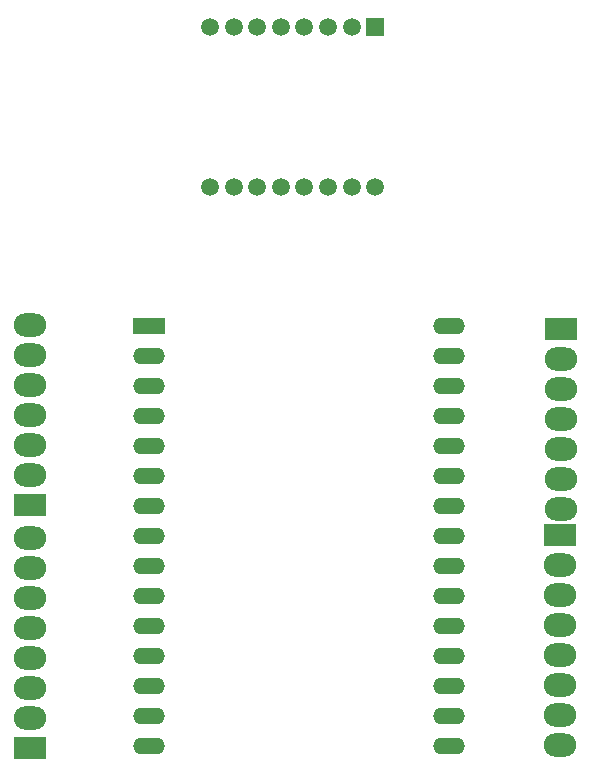
<source format=gbs>
G04*
G04 #@! TF.GenerationSoftware,Altium Limited,Altium Designer,21.3.2 (30)*
G04*
G04 Layer_Color=16711935*
%FSLAX44Y44*%
%MOMM*%
G71*
G04*
G04 #@! TF.SameCoordinates,15FDCA04-2CEF-4106-A30F-2144B3535DD6*
G04*
G04*
G04 #@! TF.FilePolarity,Negative*
G04*
G01*
G75*
%ADD17R,1.5032X1.5032*%
%ADD18C,1.5032*%
%ADD19R,2.7032X1.4032*%
%ADD20O,2.7032X1.4032*%
%ADD21R,2.7432X1.9812*%
%ADD22O,2.7432X1.9812*%
D17*
X1106160Y1063370D02*
D03*
D18*
X1086160D02*
D03*
X1066160D02*
D03*
X1046160D02*
D03*
X1026160D02*
D03*
X1006160D02*
D03*
X986160D02*
D03*
X966160D02*
D03*
X1106160Y928370D02*
D03*
X1086160D02*
D03*
X1066160D02*
D03*
X1046160D02*
D03*
X1026160D02*
D03*
X1006160D02*
D03*
X986160D02*
D03*
X966160D02*
D03*
D19*
X914400Y810260D02*
D03*
D20*
Y784860D02*
D03*
Y759460D02*
D03*
Y734060D02*
D03*
Y708660D02*
D03*
Y683260D02*
D03*
Y657860D02*
D03*
Y632460D02*
D03*
Y607060D02*
D03*
Y581660D02*
D03*
Y556260D02*
D03*
Y530860D02*
D03*
Y505460D02*
D03*
Y480060D02*
D03*
Y454660D02*
D03*
X1168400Y810260D02*
D03*
Y784860D02*
D03*
Y759460D02*
D03*
Y734060D02*
D03*
Y708660D02*
D03*
Y683260D02*
D03*
Y657860D02*
D03*
Y632460D02*
D03*
Y607060D02*
D03*
Y581660D02*
D03*
Y556260D02*
D03*
Y530860D02*
D03*
Y505460D02*
D03*
Y480060D02*
D03*
Y454660D02*
D03*
D21*
X1263650Y807720D02*
D03*
X814070Y659130D02*
D03*
Y453390D02*
D03*
X1262380Y633730D02*
D03*
D22*
X1263650Y782320D02*
D03*
Y756920D02*
D03*
Y731520D02*
D03*
Y706120D02*
D03*
Y680720D02*
D03*
Y655320D02*
D03*
X814070Y684530D02*
D03*
Y709930D02*
D03*
Y735330D02*
D03*
Y760730D02*
D03*
Y786130D02*
D03*
Y811530D02*
D03*
Y631190D02*
D03*
Y605790D02*
D03*
Y580390D02*
D03*
Y554990D02*
D03*
Y529590D02*
D03*
Y504190D02*
D03*
Y478790D02*
D03*
X1262380Y455930D02*
D03*
Y481330D02*
D03*
Y506730D02*
D03*
Y532130D02*
D03*
Y557530D02*
D03*
Y582930D02*
D03*
Y608330D02*
D03*
M02*

</source>
